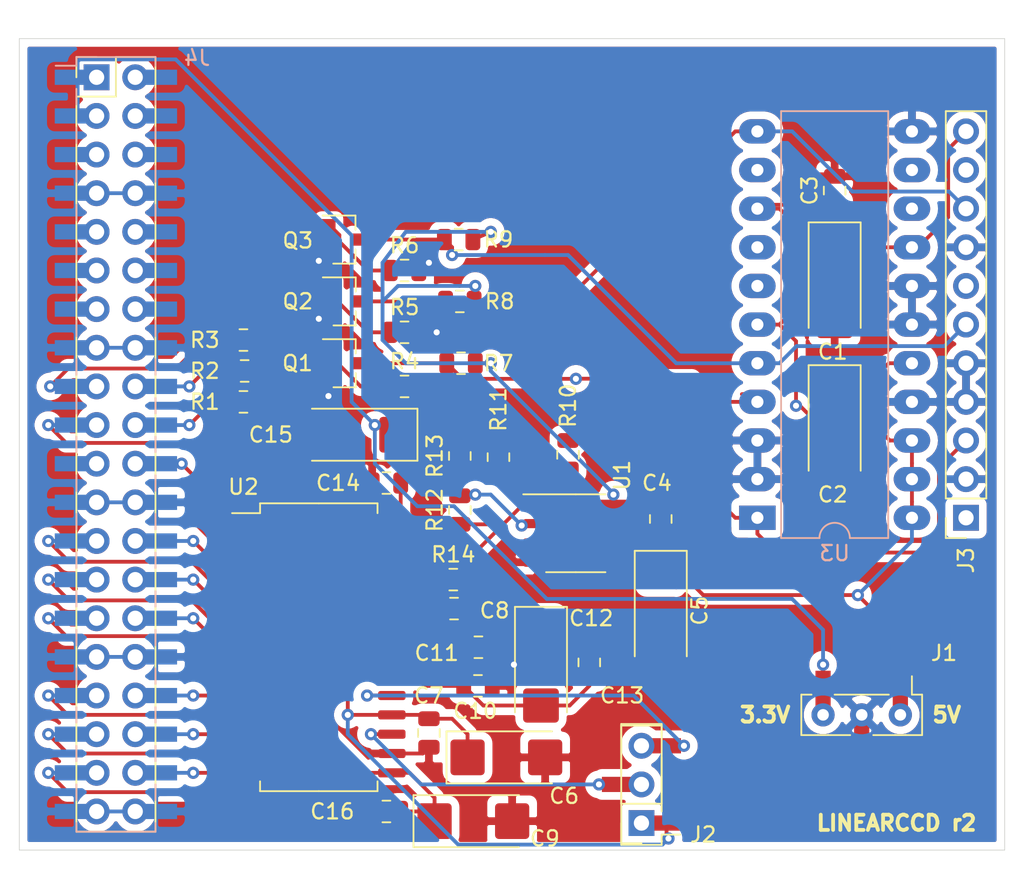
<source format=kicad_pcb>
(kicad_pcb (version 20171130) (host pcbnew 5.1.5)
  (layers (0 F.Cu signal hide) (31 B.Cu signal) (34 B.Paste user) (35 F.Paste user) (36 B.SilkS user) (37 F.SilkS user) (38 B.Mask user) (39 F.Mask user) (44 Edge.Cuts user))
  (net 0 "")
  (net 1 GND)
  (net 2 +3V3)
  (net 3 CCD_VDD)
  (net 4 CCD_VGG)
  (net 5 VINB)
  (net 6 "Net-(C8-Pad2)")
  (net 7 CAPB)
  (net 8 CAPT)
  (net 9 REFCOM)
  (net 10 SENSE)
  (net 11 "Net-(J3-Pad1)")
  (net 12 CCD_VOUT)
  (net 13 CCD_CLK5V)
  (net 14 "Net-(J3-Pad7)")
  (net 15 CCD_ROG5V)
  (net 16 "Net-(J3-Pad10)")
  (net 17 "Net-(J4-Pad2)")
  (net 18 "Net-(J4-Pad4)")
  (net 19 "Net-(J4-Pad5)")
  (net 20 "Net-(J4-Pad6)")
  (net 21 "Net-(J4-Pad9)")
  (net 22 "Net-(J4-Pad10)")
  (net 23 "Net-(J4-Pad11)")
  (net 24 "Net-(J4-Pad12)")
  (net 25 "Net-(J4-Pad13)")
  (net 26 "Net-(J4-Pad14)")
  (net 27 CCD_CLK3V)
  (net 28 CCD_SHSW3V)
  (net 29 BIT1)
  (net 30 BIT3)
  (net 31 BIT2)
  (net 32 BIT5)
  (net 33 BIT4)
  (net 34 BIT7)
  (net 35 BIT6)
  (net 36 BIT9)
  (net 37 BIT8)
  (net 38 BIT11)
  (net 39 BIT10)
  (net 40 "Net-(J4-Pad37)")
  (net 41 BIT12)
  (net 42 "Net-(Q1-Pad1)")
  (net 43 CCD_SHSW5V)
  (net 44 "Net-(Q2-Pad1)")
  (net 45 "Net-(Q3-Pad1)")
  (net 46 CCD_ROG3V)
  (net 47 "Net-(R10-Pad2)")
  (net 48 "Net-(R12-Pad2)")
  (net 49 "Net-(R12-Pad1)")
  (net 50 "Net-(R14-Pad1)")
  (net 51 "Net-(U3-Pad13)")
  (net 52 "Net-(U3-Pad14)")
  (net 53 "Net-(U3-Pad7)")
  (net 54 "Net-(U3-Pad8)")
  (net 55 "Net-(U3-Pad10)")
  (net 56 OTR)
  (net 57 "Net-(J4-Pad21)")
  (module Connector_PinSocket_2.54mm:PinSocket_1x03_P2.54mm_Vertical_SMD_Pin1Left (layer F.Cu) (at 151.892 123.19 270)
    (fp_text reference J1 (at -4.064 -5.41 180) (layer F.SilkS))
    (fp_text value Conn_01x03_Female hide)
    (pad 1 smd rect (at -1.65 -2.54 270) (size 2.5 1) (layers F.Cu F.Paste F.Mask) (net 3 CCD_VDD))
    (pad 3 smd rect (at -1.65 2.54 270) (size 2.5 1) (layers F.Cu F.Paste F.Mask) (net 2 +3V3))
    (pad 2 smd rect (at 1.65 0 270) (size 2.5 1) (layers F.Cu F.Paste F.Mask) (net 1 GND))
    (pad 1 thru_hole circle (at 0 -2.54 270) (size 1.524 1.524) (drill 0.762) (layers *.Cu *.Mask) (net 3 CCD_VDD))
    (pad 2 thru_hole circle (at 0 0 270) (size 1.524 1.524) (drill 0.762) (layers *.Cu *.Mask) (net 1 GND))
    (pad 3 thru_hole circle (at 0 2.54 270) (size 1.524 1.524) (drill 0.762) (layers *.Cu *.Mask) (net 2 +3V3))
  )
  (module Package_SO:SOIC-28W_7.5x18.7mm_P1.27mm (layer F.Cu) (at 116.205 118.745)
    (fp_text reference U2 (at -4.953 -10.541) (layer F.SilkS))
    (fp_text value AD9225)
    (pad 1 smd roundrect (at -4.8 -8.255) (size 1.8 0.6) (layers F.Cu F.Paste F.Mask) (net 40 "Net-(J4-Pad37)"))
    (pad 2 smd roundrect (at -4.8 -6.985) (size 1.8 0.6) (layers F.Cu F.Paste F.Mask) (net 41 BIT12))
    (pad 3 smd roundrect (at -4.8 -5.715) (size 1.8 0.6) (layers F.Cu F.Paste F.Mask) (net 38 BIT11))
    (pad 4 smd roundrect (at -4.8 -4.445) (size 1.8 0.6) (layers F.Cu F.Paste F.Mask) (net 39 BIT10))
    (pad 5 smd roundrect (at -4.8 -3.175) (size 1.8 0.6) (layers F.Cu F.Paste F.Mask) (net 36 BIT9))
    (pad 6 smd roundrect (at -4.8 -1.905) (size 1.8 0.6) (layers F.Cu F.Paste F.Mask) (net 37 BIT8))
    (pad 7 smd roundrect (at -4.8 -0.635) (size 1.8 0.6) (layers F.Cu F.Paste F.Mask) (net 34 BIT7))
    (pad 8 smd roundrect (at -4.8 0.635) (size 1.8 0.6) (layers F.Cu F.Paste F.Mask) (net 35 BIT6))
    (pad 9 smd roundrect (at -4.8 1.905) (size 1.8 0.6) (layers F.Cu F.Paste F.Mask) (net 32 BIT5))
    (pad 10 smd roundrect (at -4.8 3.175) (size 1.8 0.6) (layers F.Cu F.Paste F.Mask) (net 33 BIT4))
    (pad 11 smd roundrect (at -4.8 4.445) (size 1.8 0.6) (layers F.Cu F.Paste F.Mask) (net 30 BIT3))
    (pad 12 smd roundrect (at -4.8 5.715) (size 1.8 0.6) (layers F.Cu F.Paste F.Mask) (net 31 BIT2))
    (pad 13 smd roundrect (at -4.8 6.985) (size 1.8 0.6) (layers F.Cu F.Paste F.Mask) (net 29 BIT1))
    (pad 14 smd roundrect (at -4.8 8.255) (size 1.8 0.6) (layers F.Cu F.Paste F.Mask) (net 56 OTR))
    (pad 15 smd roundrect (at 4.8 8.255) (size 1.8 0.6) (layers F.Cu F.Paste F.Mask) (net 2 +3V3))
    (pad 16 smd roundrect (at 4.8 6.985) (size 1.8 0.6) (layers F.Cu F.Paste F.Mask) (net 1 GND))
    (pad 17 smd roundrect (at 4.8 5.715) (size 1.8 0.6) (layers F.Cu F.Paste F.Mask) (net 10 SENSE))
    (pad 18 smd roundrect (at 4.8 4.445) (size 1.8 0.6) (layers F.Cu F.Paste F.Mask) (net 5 VINB))
    (pad 19 smd roundrect (at 4.8 3.175) (size 1.8 0.6) (layers F.Cu F.Paste F.Mask) (net 9 REFCOM))
    (pad 20 smd roundrect (at 4.8 1.905) (size 1.8 0.6) (layers F.Cu F.Paste F.Mask) (net 7 CAPB))
    (pad 21 smd roundrect (at 4.8 0.635) (size 1.8 0.6) (layers F.Cu F.Paste F.Mask) (net 8 CAPT))
    (pad 22 smd roundrect (at 4.8 -0.635) (size 1.8 0.6) (layers F.Cu F.Paste F.Mask) (net 6 "Net-(C8-Pad2)"))
    (pad 23 smd roundrect (at 4.8 -1.905) (size 1.8 0.6) (layers F.Cu F.Paste F.Mask) (net 50 "Net-(R14-Pad1)"))
    (pad 24 smd roundrect (at 4.8 -3.175) (size 1.8 0.6) (layers F.Cu F.Paste F.Mask) (net 5 VINB))
    (pad 25 smd roundrect (at 4.8 -4.445) (size 1.8 0.6) (layers F.Cu F.Paste F.Mask) (net 1 GND))
    (pad 26 smd roundrect (at 4.8 -5.715) (size 1.8 0.6) (layers F.Cu F.Paste F.Mask) (net 2 +3V3))
    (pad 27 smd roundrect (at 4.8 -6.985) (size 1.8 0.6) (layers F.Cu F.Paste F.Mask) (net 1 GND))
    (pad 28 smd roundrect (at 4.8 -8.255) (size 1.8 0.6) (layers F.Cu F.Paste F.Mask) (net 2 +3V3))
  )
  (module Package_DIP:DIP-22_W10.16mm_LongPads (layer B.Cu) (at 145.034 110.236)
    (fp_text reference U3 (at 5.08 2.33) (layer B.SilkS) (effects (justify mirror)))
    (fp_text value ilx511)
    (pad 1 thru_hole rect (at 0 0) (size 2.4 1.6) (drill 0.8) (layers *.Cu *.Mask) (net 12 CCD_VOUT))
    (pad 12 thru_hole oval (at 10.16 -25.4) (size 2.4 1.6) (drill 0.8) (layers *.Cu *.Mask) (net 1 GND))
    (pad 2 thru_hole oval (at 0 -2.54) (size 2.4 1.6) (drill 0.8) (layers *.Cu *.Mask) (net 1 GND))
    (pad 13 thru_hole oval (at 10.16 -22.86) (size 2.4 1.6) (drill 0.8) (layers *.Cu *.Mask) (net 51 "Net-(U3-Pad13)"))
    (pad 3 thru_hole oval (at 0 -5.08) (size 2.4 1.6) (drill 0.8) (layers *.Cu *.Mask) (net 1 GND))
    (pad 14 thru_hole oval (at 10.16 -20.32) (size 2.4 1.6) (drill 0.8) (layers *.Cu *.Mask) (net 52 "Net-(U3-Pad14)"))
    (pad 4 thru_hole oval (at 0 -7.62) (size 2.4 1.6) (drill 0.8) (layers *.Cu *.Mask) (net 43 CCD_SHSW5V))
    (pad 15 thru_hole oval (at 10.16 -17.78) (size 2.4 1.6) (drill 0.8) (layers *.Cu *.Mask) (net 3 CCD_VDD))
    (pad 5 thru_hole oval (at 0 -10.16) (size 2.4 1.6) (drill 0.8) (layers *.Cu *.Mask) (net 13 CCD_CLK5V))
    (pad 16 thru_hole oval (at 10.16 -15.24) (size 2.4 1.6) (drill 0.8) (layers *.Cu *.Mask) (net 1 GND))
    (pad 6 thru_hole oval (at 0 -12.7) (size 2.4 1.6) (drill 0.8) (layers *.Cu *.Mask) (net 3 CCD_VDD))
    (pad 17 thru_hole oval (at 10.16 -12.7) (size 2.4 1.6) (drill 0.8) (layers *.Cu *.Mask) (net 1 GND))
    (pad 7 thru_hole oval (at 0 -15.24) (size 2.4 1.6) (drill 0.8) (layers *.Cu *.Mask) (net 53 "Net-(U3-Pad7)"))
    (pad 18 thru_hole oval (at 10.16 -10.16) (size 2.4 1.6) (drill 0.8) (layers *.Cu *.Mask) (net 4 CCD_VGG))
    (pad 8 thru_hole oval (at 0 -17.78) (size 2.4 1.6) (drill 0.8) (layers *.Cu *.Mask) (net 54 "Net-(U3-Pad8)"))
    (pad 19 thru_hole oval (at 10.16 -7.62) (size 2.4 1.6) (drill 0.8) (layers *.Cu *.Mask) (net 1 GND))
    (pad 9 thru_hole oval (at 0 -20.32) (size 2.4 1.6) (drill 0.8) (layers *.Cu *.Mask) (net 3 CCD_VDD))
    (pad 20 thru_hole oval (at 10.16 -5.08) (size 2.4 1.6) (drill 0.8) (layers *.Cu *.Mask) (net 3 CCD_VDD))
    (pad 10 thru_hole oval (at 0 -22.86) (size 2.4 1.6) (drill 0.8) (layers *.Cu *.Mask) (net 55 "Net-(U3-Pad10)"))
    (pad 21 thru_hole oval (at 10.16 -2.54) (size 2.4 1.6) (drill 0.8) (layers *.Cu *.Mask) (net 3 CCD_VDD))
    (pad 11 thru_hole oval (at 0 -25.4) (size 2.4 1.6) (drill 0.8) (layers *.Cu *.Mask) (net 15 CCD_ROG5V))
    (pad 22 thru_hole oval (at 10.16 0) (size 2.4 1.6) (drill 0.8) (layers *.Cu *.Mask) (net 3 CCD_VDD))
  )
  (module Capacitor_Tantalum_SMD:CP_EIA-6032-15_Kemet-U_Pad2.25x2.35mm_HandSolder (layer F.Cu) (at 150.114 104.14 270)
    (fp_text reference C2 (at 4.572 0.127 180) (layer F.SilkS))
    (fp_text value CP hide)
    (pad 1 smd roundrect (at -2.55 0 270) (size 2.25 2.35) (layers F.Cu F.Paste F.Mask) (roundrect_rratio 0.111111) (net 4 CCD_VGG))
    (pad 2 smd roundrect (at 2.55 0 270) (size 2.25 2.35) (layers F.Cu F.Paste F.Mask) (roundrect_rratio 0.111111) (net 1 GND))
  )
  (module Connector_PinSocket_2.54mm:PinSocket_1x03_P2.54mm_Vertical (layer F.Cu) (at 137.414 130.302 180)
    (fp_text reference REF** hide)
    (fp_text value PinSocket_1x03_P2.54mm_Vertical hide)
    (pad 3 thru_hole oval (at 0 5.08 180) (size 1.7 1.7) (drill 1) (layers *.Cu *.Mask))
    (pad 2 thru_hole oval (at 0 2.54 180) (size 1.7 1.7) (drill 1) (layers *.Cu *.Mask))
    (pad 1 thru_hole rect (at 0 0 180) (size 1.7 1.7) (drill 1) (layers *.Cu *.Mask))
  )
  (module Connector_PinHeader_2.54mm:PinHeader_2x20_P2.54mm_Vertical (layer F.Cu) (at 101.6 81.28)
    (fp_text reference REF** hide)
    (fp_text value PinHeader_2x20_P2.54mm_Vertical hide)
    (pad 40 thru_hole oval (at 2.54 48.26) (size 1.7 1.7) (drill 1) (layers *.Cu *.Mask))
    (pad 39 thru_hole oval (at 0 48.26) (size 1.7 1.7) (drill 1) (layers *.Cu *.Mask))
    (pad 38 thru_hole oval (at 2.54 45.72) (size 1.7 1.7) (drill 1) (layers *.Cu *.Mask))
    (pad 37 thru_hole oval (at 0 45.72) (size 1.7 1.7) (drill 1) (layers *.Cu *.Mask))
    (pad 36 thru_hole oval (at 2.54 43.18) (size 1.7 1.7) (drill 1) (layers *.Cu *.Mask))
    (pad 35 thru_hole oval (at 0 43.18) (size 1.7 1.7) (drill 1) (layers *.Cu *.Mask))
    (pad 34 thru_hole oval (at 2.54 40.64) (size 1.7 1.7) (drill 1) (layers *.Cu *.Mask))
    (pad 33 thru_hole oval (at 0 40.64) (size 1.7 1.7) (drill 1) (layers *.Cu *.Mask))
    (pad 32 thru_hole oval (at 2.54 38.1) (size 1.7 1.7) (drill 1) (layers *.Cu *.Mask))
    (pad 31 thru_hole oval (at 0 38.1) (size 1.7 1.7) (drill 1) (layers *.Cu *.Mask))
    (pad 30 thru_hole oval (at 2.54 35.56) (size 1.7 1.7) (drill 1) (layers *.Cu *.Mask))
    (pad 29 thru_hole oval (at 0 35.56) (size 1.7 1.7) (drill 1) (layers *.Cu *.Mask))
    (pad 28 thru_hole oval (at 2.54 33.02) (size 1.7 1.7) (drill 1) (layers *.Cu *.Mask))
    (pad 27 thru_hole oval (at 0 33.02) (size 1.7 1.7) (drill 1) (layers *.Cu *.Mask))
    (pad 26 thru_hole oval (at 2.54 30.48) (size 1.7 1.7) (drill 1) (layers *.Cu *.Mask))
    (pad 25 thru_hole oval (at 0 30.48) (size 1.7 1.7) (drill 1) (layers *.Cu *.Mask))
    (pad 24 thru_hole oval (at 2.54 27.94) (size 1.7 1.7) (drill 1) (layers *.Cu *.Mask))
    (pad 23 thru_hole oval (at 0 27.94) (size 1.7 1.7) (drill 1) (layers *.Cu *.Mask))
    (pad 22 thru_hole oval (at 2.54 25.4) (size 1.7 1.7) (drill 1) (layers *.Cu *.Mask))
    (pad 21 thru_hole oval (at 0 25.4) (size 1.7 1.7) (drill 1) (layers *.Cu *.Mask))
    (pad 20 thru_hole oval (at 2.54 22.86) (size 1.7 1.7) (drill 1) (layers *.Cu *.Mask))
    (pad 19 thru_hole oval (at 0 22.86) (size 1.7 1.7) (drill 1) (layers *.Cu *.Mask))
    (pad 18 thru_hole oval (at 2.54 20.32) (size 1.7 1.7) (drill 1) (layers *.Cu *.Mask))
    (pad 17 thru_hole oval (at 0 20.32) (size 1.7 1.7) (drill 1) (layers *.Cu *.Mask))
    (pad 16 thru_hole oval (at 2.54 17.78) (size 1.7 1.7) (drill 1) (layers *.Cu *.Mask))
    (pad 15 thru_hole oval (at 0 17.78) (size 1.7 1.7) (drill 1) (layers *.Cu *.Mask))
    (pad 14 thru_hole oval (at 2.54 15.24) (size 1.7 1.7) (drill 1) (layers *.Cu *.Mask))
    (pad 13 thru_hole oval (at 0 15.24) (size 1.7 1.7) (drill 1) (layers *.Cu *.Mask))
    (pad 12 thru_hole oval (at 2.54 12.7) (size 1.7 1.7) (drill 1) (layers *.Cu *.Mask))
    (pad 11 thru_hole oval (at 0 12.7) (size 1.7 1.7) (drill 1) (layers *.Cu *.Mask))
    (pad 10 thru_hole oval (at 2.54 10.16) (size 1.7 1.7) (drill 1) (layers *.Cu *.Mask))
    (pad 9 thru_hole oval (at 0 10.16) (size 1.7 1.7) (drill 1) (layers *.Cu *.Mask))
    (pad 8 thru_hole oval (at 2.54 7.62) (size 1.7 1.7) (drill 1) (layers *.Cu *.Mask))
    (pad 7 thru_hole oval (at 0 7.62) (size 1.7 1.7) (drill 1) (layers *.Cu *.Mask))
    (pad 6 thru_hole oval (at 2.54 5.08) (size 1.7 1.7) (drill 1) (layers *.Cu *.Mask))
    (pad 5 thru_hole oval (at 0 5.08) (size 1.7 1.7) (drill 1) (layers *.Cu *.Mask))
    (pad 4 thru_hole oval (at 2.54 2.54) (size 1.7 1.7) (drill 1) (layers *.Cu *.Mask))
    (pad 3 thru_hole oval (at 0 2.54) (size 1.7 1.7) (drill 1) (layers *.Cu *.Mask))
    (pad 2 thru_hole oval (at 2.54 0) (size 1.7 1.7) (drill 1) (layers *.Cu *.Mask))
    (pad 1 thru_hole rect (at 0 0) (size 1.7 1.7) (drill 1) (layers *.Cu *.Mask))
  )
  (module Capacitor_SMD:C_0805_2012Metric (layer F.Cu) (at 120.65 129.54 180)
    (fp_text reference C16 (at 3.556 0) (layer F.SilkS))
    (fp_text value 100nF hide)
    (pad 2 smd roundrect (at 0.9375 0 180) (size 0.975 1.4) (layers F.Cu F.Paste F.Mask) (net 1 GND))
    (pad 1 smd roundrect (at -0.9375 0 180) (size 0.975 1.4) (layers F.Cu F.Paste F.Mask) (net 2 +3V3))
  )
  (module Capacitor_Tantalum_SMD:CP_EIA-6032-15_Kemet-U_Pad2.25x2.35mm_HandSolder (layer F.Cu) (at 150.114 94.752 270)
    (fp_text reference C1 (at 4.572 0.127 180) (layer F.SilkS))
    (fp_text value CP hide)
    (pad 2 smd roundrect (at 2.55 0 270) (size 2.25 2.35) (layers F.Cu F.Paste F.Mask) (roundrect_rratio 0.111111) (net 1 GND))
    (pad 1 smd roundrect (at -2.55 0 270) (size 2.25 2.35) (layers F.Cu F.Paste F.Mask) (roundrect_rratio 0.111111) (net 3 CCD_VDD))
  )
  (module Capacitor_SMD:C_0805_2012Metric (layer F.Cu) (at 150.114 88.7245 90)
    (fp_text reference C3 (at 0 -1.65 90) (layer F.SilkS))
    (fp_text value C hide)
    (pad 1 smd roundrect (at -0.9375 0 90) (size 0.975 1.4) (layers F.Cu F.Paste F.Mask) (net 3 CCD_VDD))
    (pad 2 smd roundrect (at 0.9375 0 90) (size 0.975 1.4) (layers F.Cu F.Paste F.Mask) (net 1 GND))
  )
  (module Capacitor_SMD:C_0805_2012Metric (layer F.Cu) (at 138.684 110.3145 90)
    (fp_text reference C4 (at 2.3645 -0.254 180) (layer F.SilkS))
    (fp_text value 100nF hide)
    (pad 2 smd roundrect (at 0.9375 0 90) (size 0.975 1.4) (layers F.Cu F.Paste F.Mask) (net 1 GND))
    (pad 1 smd roundrect (at -0.9375 0 90) (size 0.975 1.4) (layers F.Cu F.Paste F.Mask) (net 3 CCD_VDD))
  )
  (module Capacitor_Tantalum_SMD:CP_EIA-6032-15_Kemet-U_Pad2.25x2.35mm_HandSolder (layer F.Cu) (at 138.684 116.342 270)
    (fp_text reference C5 (at 0 -2.55 90) (layer F.SilkS))
    (fp_text value 10u hide)
    (pad 1 smd roundrect (at -2.55 0 270) (size 2.25 2.35) (layers F.Cu F.Paste F.Mask) (roundrect_rratio 0.111111) (net 3 CCD_VDD))
    (pad 2 smd roundrect (at 2.55 0 270) (size 2.25 2.35) (layers F.Cu F.Paste F.Mask) (roundrect_rratio 0.111111) (net 1 GND))
  )
  (module Capacitor_Tantalum_SMD:CP_EIA-6032-15_Kemet-U_Pad2.25x2.35mm_HandSolder (layer F.Cu) (at 128.534 125.984)
    (fp_text reference C6 (at 3.8 2.54) (layer F.SilkS))
    (fp_text value 10u hide)
    (pad 1 smd roundrect (at -2.55 0) (size 2.25 2.35) (layers F.Cu F.Paste F.Mask) (roundrect_rratio 0.111111) (net 5 VINB))
    (pad 2 smd roundrect (at 2.55 0) (size 2.25 2.35) (layers F.Cu F.Paste F.Mask) (roundrect_rratio 0.111111) (net 1 GND))
  )
  (module Capacitor_SMD:C_0805_2012Metric (layer F.Cu) (at 123.444 124.3815 270)
    (fp_text reference C7 (at -2.4615 0 180) (layer F.SilkS))
    (fp_text value 100nF hide)
    (pad 1 smd roundrect (at -0.9375 0 270) (size 0.975 1.4) (layers F.Cu F.Paste F.Mask) (net 5 VINB))
    (pad 2 smd roundrect (at 0.9375 0 270) (size 0.975 1.4) (layers F.Cu F.Paste F.Mask) (net 1 GND))
  )
  (module Capacitor_SMD:C_0805_2012Metric (layer F.Cu) (at 125.095 116.205 180)
    (fp_text reference C8 (at -2.667 -0.127) (layer F.SilkS))
    (fp_text value 100nF hide)
    (pad 1 smd roundrect (at -0.9375 0 180) (size 0.975 1.4) (layers F.Cu F.Paste F.Mask) (net 1 GND))
    (pad 2 smd roundrect (at 0.9375 0 180) (size 0.975 1.4) (layers F.Cu F.Paste F.Mask) (net 6 "Net-(C8-Pad2)"))
  )
  (module Capacitor_Tantalum_SMD:CP_EIA-6032-15_Kemet-U_Pad2.25x2.35mm_HandSolder (layer F.Cu) (at 126.365 130.175)
    (fp_text reference C9 (at 4.699 1.143 180) (layer F.SilkS))
    (fp_text value CP hide)
    (pad 2 smd roundrect (at 2.55 0) (size 2.25 2.35) (layers F.Cu F.Paste F.Mask) (roundrect_rratio 0.111111) (net 1 GND))
    (pad 1 smd roundrect (at -2.55 0) (size 2.25 2.35) (layers F.Cu F.Paste F.Mask) (roundrect_rratio 0.111111) (net 2 +3V3))
  )
  (module Capacitor_SMD:C_0805_2012Metric (layer F.Cu) (at 126.6675 121.285)
    (fp_text reference C10 (at -0.1755 1.651) (layer F.SilkS))
    (fp_text value 100nF hide)
    (pad 1 smd roundrect (at -0.9375 0) (size 0.975 1.4) (layers F.Cu F.Paste F.Mask) (net 7 CAPB))
    (pad 2 smd roundrect (at 0.9375 0) (size 0.975 1.4) (layers F.Cu F.Paste F.Mask) (net 1 GND))
  )
  (module Capacitor_SMD:C_0805_2012Metric (layer F.Cu) (at 126.6975 118.745)
    (fp_text reference C11 (at -2.7455 0.381) (layer F.SilkS))
    (fp_text value 100nF hide)
    (pad 1 smd roundrect (at -0.9375 0) (size 0.975 1.4) (layers F.Cu F.Paste F.Mask) (net 8 CAPT))
    (pad 2 smd roundrect (at 0.9375 0) (size 0.975 1.4) (layers F.Cu F.Paste F.Mask) (net 1 GND))
  )
  (module Capacitor_Tantalum_SMD:CP_EIA-6032-15_Kemet-U_Pad2.25x2.35mm_HandSolder (layer F.Cu) (at 130.81 120.025 270)
    (fp_text reference C12 (at -3.185 -3.302 180) (layer F.SilkS))
    (fp_text value 10u hide)
    (pad 2 smd roundrect (at 2.55 0 270) (size 2.25 2.35) (layers F.Cu F.Paste F.Mask) (roundrect_rratio 0.111111) (net 7 CAPB))
    (pad 1 smd roundrect (at -2.55 0 270) (size 2.25 2.35) (layers F.Cu F.Paste F.Mask) (roundrect_rratio 0.111111) (net 8 CAPT))
  )
  (module Capacitor_SMD:C_0805_2012Metric (layer F.Cu) (at 133.985 119.7425 90)
    (fp_text reference C13 (at -2.1775 2.159 180) (layer F.SilkS))
    (fp_text value 100nF hide)
    (pad 2 smd roundrect (at 0.9375 0 90) (size 0.975 1.4) (layers F.Cu F.Paste F.Mask) (net 8 CAPT))
    (pad 1 smd roundrect (at -0.9375 0 90) (size 0.975 1.4) (layers F.Cu F.Paste F.Mask) (net 7 CAPB))
  )
  (module Capacitor_SMD:C_0805_2012Metric (layer F.Cu) (at 120.65 107.95 180)
    (fp_text reference C14 (at 3.175 0) (layer F.SilkS))
    (fp_text value 100nF hide)
    (pad 1 smd roundrect (at -0.9375 0 180) (size 0.975 1.4) (layers F.Cu F.Paste F.Mask) (net 2 +3V3))
    (pad 2 smd roundrect (at 0.9375 0 180) (size 0.975 1.4) (layers F.Cu F.Paste F.Mask) (net 1 GND))
  )
  (module Capacitor_Tantalum_SMD:CP_EIA-6032-15_Kemet-U_Pad2.25x2.35mm_HandSolder (layer F.Cu) (at 118.755 104.775 180)
    (fp_text reference C15 (at 5.705 0) (layer F.SilkS))
    (fp_text value 10u hide)
    (pad 1 smd roundrect (at -2.55 0 180) (size 2.25 2.35) (layers F.Cu F.Paste F.Mask) (roundrect_rratio 0.111111) (net 2 +3V3))
    (pad 2 smd roundrect (at 2.55 0 180) (size 2.25 2.35) (layers F.Cu F.Paste F.Mask) (roundrect_rratio 0.111111) (net 1 GND))
  )
  (module Connector_PinSocket_2.54mm:PinSocket_1x03_P2.54mm_Vertical_SMD_Pin1Left (layer F.Cu) (at 137.414 127.762 180)
    (fp_text reference J2 (at -4.064 -3.302) (layer F.SilkS))
    (fp_text value Conn_01x03_Male hide)
    (pad 1 smd rect (at -1.65 -2.54 180) (size 1.9 1) (layers F.Cu F.Paste F.Mask) (net 5 VINB))
    (pad 3 smd rect (at -1.65 2.54 180) (size 1.9 1) (layers F.Cu F.Paste F.Mask) (net 9 REFCOM))
    (pad 2 smd rect (at 1.65 0 180) (size 1.9 1) (layers F.Cu F.Paste F.Mask) (net 10 SENSE))
  )
  (module Connector_PinSocket_2.54mm:PinSocket_1x11_P2.54mm_Vertical (layer F.Cu) (at 158.75 110.236 180)
    (fp_text reference J3 (at 0 -2.794 90) (layer F.SilkS))
    (fp_text value Conn_01x11_Female hide)
    (pad 1 thru_hole rect (at 0 0 180) (size 1.7 1.7) (drill 1) (layers *.Cu *.Mask) (net 11 "Net-(J3-Pad1)"))
    (pad 2 thru_hole oval (at 0 2.54 180) (size 1.7 1.7) (drill 1) (layers *.Cu *.Mask) (net 1 GND))
    (pad 3 thru_hole oval (at 0 5.08 180) (size 1.7 1.7) (drill 1) (layers *.Cu *.Mask) (net 12 CCD_VOUT))
    (pad 4 thru_hole oval (at 0 7.62 180) (size 1.7 1.7) (drill 1) (layers *.Cu *.Mask) (net 1 GND))
    (pad 5 thru_hole oval (at 0 10.16 180) (size 1.7 1.7) (drill 1) (layers *.Cu *.Mask) (net 1 GND))
    (pad 6 thru_hole oval (at 0 12.7 180) (size 1.7 1.7) (drill 1) (layers *.Cu *.Mask) (net 13 CCD_CLK5V))
    (pad 7 thru_hole oval (at 0 15.24 180) (size 1.7 1.7) (drill 1) (layers *.Cu *.Mask) (net 14 "Net-(J3-Pad7)"))
    (pad 8 thru_hole oval (at 0 17.78 180) (size 1.7 1.7) (drill 1) (layers *.Cu *.Mask) (net 1 GND))
    (pad 9 thru_hole oval (at 0 20.32 180) (size 1.7 1.7) (drill 1) (layers *.Cu *.Mask) (net 15 CCD_ROG5V))
    (pad 10 thru_hole oval (at 0 22.86 180) (size 1.7 1.7) (drill 1) (layers *.Cu *.Mask) (net 16 "Net-(J3-Pad10)"))
    (pad 11 thru_hole oval (at 0 25.4 180) (size 1.7 1.7) (drill 1) (layers *.Cu *.Mask) (net 3 CCD_VDD))
  )
  (module Connector_PinSocket_2.54mm:PinSocket_2x20_P2.54mm_Vertical_SMD (layer B.Cu) (at 102.87 105.41 180)
    (fp_text reference J4 (at -5.334 25.4) (layer B.SilkS) (effects (justify mirror)))
    (fp_text value Conn_02x20_Odd_Even hide)
    (pad 1 smd rect (at 2.52 24.13 180) (size 3 1) (layers B.Cu B.Paste B.Mask) (net 2 +3V3))
    (pad 2 smd rect (at -2.52 24.13 180) (size 3 1) (layers B.Cu B.Paste B.Mask) (net 17 "Net-(J4-Pad2)"))
    (pad 3 smd rect (at 2.52 21.59 180) (size 3 1) (layers B.Cu B.Paste B.Mask) (net 2 +3V3))
    (pad 4 smd rect (at -2.52 21.59 180) (size 3 1) (layers B.Cu B.Paste B.Mask) (net 18 "Net-(J4-Pad4)"))
    (pad 5 smd rect (at 2.52 19.05 180) (size 3 1) (layers B.Cu B.Paste B.Mask) (net 19 "Net-(J4-Pad5)"))
    (pad 6 smd rect (at -2.52 19.05 180) (size 3 1) (layers B.Cu B.Paste B.Mask) (net 20 "Net-(J4-Pad6)"))
    (pad 7 smd rect (at 2.52 16.51 180) (size 3 1) (layers B.Cu B.Paste B.Mask) (net 1 GND))
    (pad 8 smd rect (at -2.52 16.51 180) (size 3 1) (layers B.Cu B.Paste B.Mask) (net 1 GND))
    (pad 9 smd rect (at 2.52 13.97 180) (size 3 1) (layers B.Cu B.Paste B.Mask) (net 21 "Net-(J4-Pad9)"))
    (pad 10 smd rect (at -2.52 13.97 180) (size 3 1) (layers B.Cu B.Paste B.Mask) (net 22 "Net-(J4-Pad10)"))
    (pad 11 smd rect (at 2.52 11.43 180) (size 3 1) (layers B.Cu B.Paste B.Mask) (net 23 "Net-(J4-Pad11)"))
    (pad 12 smd rect (at -2.52 11.43 180) (size 3 1) (layers B.Cu B.Paste B.Mask) (net 24 "Net-(J4-Pad12)"))
    (pad 13 smd rect (at 2.52 8.89 180) (size 3 1) (layers B.Cu B.Paste B.Mask) (net 25 "Net-(J4-Pad13)"))
    (pad 14 smd rect (at -2.52 8.89 180) (size 3 1) (layers B.Cu B.Paste B.Mask) (net 26 "Net-(J4-Pad14)"))
    (pad 15 smd rect (at 2.52 6.35 180) (size 3 1) (layers B.Cu B.Paste B.Mask) (net 1 GND))
    (pad 16 smd rect (at -2.52 6.35 180) (size 3 1) (layers B.Cu B.Paste B.Mask) (net 1 GND))
    (pad 17 smd rect (at 2.52 3.81 180) (size 3 1) (layers B.Cu B.Paste B.Mask) (net 27 CCD_CLK3V))
    (pad 18 smd rect (at -2.52 3.81 180) (size 3 1) (layers B.Cu B.Paste B.Mask) (net 46 CCD_ROG3V))
    (pad 19 smd rect (at 2.52 1.27 180) (size 3 1) (layers B.Cu B.Paste B.Mask) (net 41 BIT12))
    (pad 20 smd rect (at -2.52 1.27 180) (size 3 1) (layers B.Cu B.Paste B.Mask) (net 28 CCD_SHSW3V))
    (pad 21 smd rect (at 2.52 -1.27 180) (size 3 1) (layers B.Cu B.Paste B.Mask) (net 57 "Net-(J4-Pad21)"))
    (pad 22 smd rect (at -2.52 -1.27 180) (size 3 1) (layers B.Cu B.Paste B.Mask) (net 38 BIT11))
    (pad 23 smd rect (at 2.52 -3.81 180) (size 3 1) (layers B.Cu B.Paste B.Mask) (net 1 GND))
    (pad 24 smd rect (at -2.52 -3.81 180) (size 3 1) (layers B.Cu B.Paste B.Mask) (net 1 GND))
    (pad 25 smd rect (at 2.52 -6.35 180) (size 3 1) (layers B.Cu B.Paste B.Mask) (net 36 BIT9))
    (pad 26 smd rect (at -2.52 -6.35 180) (size 3 1) (layers B.Cu B.Paste B.Mask) (net 39 BIT10))
    (pad 27 smd rect (at 2.52 -8.89 180) (size 3 1) (layers B.Cu B.Paste B.Mask) (net 34 BIT7))
    (pad 28 smd rect (at -2.52 -8.89 180) (size 3 1) (layers B.Cu B.Paste B.Mask) (net 37 BIT8))
    (pad 29 smd rect (at 2.52 -11.43 180) (size 3 1) (layers B.Cu B.Paste B.Mask) (net 32 BIT5))
    (pad 30 smd rect (at -2.52 -11.43 180) (size 3 1) (layers B.Cu B.Paste B.Mask) (net 35 BIT6))
    (pad 31 smd rect (at 2.52 -13.97 180) (size 3 1) (layers B.Cu B.Paste B.Mask) (net 1 GND))
    (pad 32 smd rect (at -2.52 -13.97 180) (size 3 1) (layers B.Cu B.Paste B.Mask) (net 1 GND))
    (pad 33 smd rect (at 2.52 -16.51 180) (size 3 1) (layers B.Cu B.Paste B.Mask) (net 30 BIT3))
    (pad 34 smd rect (at -2.52 -16.51 180) (size 3 1) (layers B.Cu B.Paste B.Mask) (net 33 BIT4))
    (pad 35 smd rect (at 2.52 -19.05 180) (size 3 1) (layers B.Cu B.Paste B.Mask) (net 29 BIT1))
    (pad 36 smd rect (at -2.52 -19.05 180) (size 3 1) (layers B.Cu B.Paste B.Mask) (net 31 BIT2))
    (pad 37 smd rect (at 2.52 -21.59 180) (size 3 1) (layers B.Cu B.Paste B.Mask) (net 40 "Net-(J4-Pad37)"))
    (pad 38 smd rect (at -2.52 -21.59 180) (size 3 1) (layers B.Cu B.Paste B.Mask) (net 56 OTR))
    (pad 39 smd rect (at 2.52 -24.13 180) (size 3 1) (layers B.Cu B.Paste B.Mask) (net 1 GND))
    (pad 40 smd rect (at -2.52 -24.13 180) (size 3 1) (layers B.Cu B.Paste B.Mask) (net 1 GND))
  )
  (module Package_TO_SOT_SMD:SOT-23 (layer F.Cu) (at 117.872 100.076)
    (fp_text reference Q1 (at -3.064 0) (layer F.SilkS))
    (fp_text value 2N7002 hide)
    (pad 1 smd rect (at -1 -0.95) (size 0.9 0.8) (layers F.Cu F.Paste F.Mask) (net 42 "Net-(Q1-Pad1)"))
    (pad 2 smd rect (at -1 0.95) (size 0.9 0.8) (layers F.Cu F.Paste F.Mask) (net 1 GND))
    (pad 3 smd rect (at 1 0) (size 0.9 0.8) (layers F.Cu F.Paste F.Mask) (net 43 CCD_SHSW5V))
  )
  (module Package_TO_SOT_SMD:SOT-23 (layer F.Cu) (at 117.872 96.012)
    (fp_text reference Q2 (at -3.048 0) (layer F.SilkS))
    (fp_text value 2N7002 hide)
    (pad 3 smd rect (at 1 0) (size 0.9 0.8) (layers F.Cu F.Paste F.Mask) (net 15 CCD_ROG5V))
    (pad 2 smd rect (at -1 0.95) (size 0.9 0.8) (layers F.Cu F.Paste F.Mask) (net 1 GND))
    (pad 1 smd rect (at -1 -0.95) (size 0.9 0.8) (layers F.Cu F.Paste F.Mask) (net 44 "Net-(Q2-Pad1)"))
  )
  (module Package_TO_SOT_SMD:SOT-23 (layer F.Cu) (at 117.856 91.948)
    (fp_text reference Q3 (at -3.032 0.066) (layer F.SilkS))
    (fp_text value 2N7002 hide)
    (pad 1 smd rect (at -1 -0.95) (size 0.9 0.8) (layers F.Cu F.Paste F.Mask) (net 45 "Net-(Q3-Pad1)"))
    (pad 2 smd rect (at -1 0.95) (size 0.9 0.8) (layers F.Cu F.Paste F.Mask) (net 1 GND))
    (pad 3 smd rect (at 1 0) (size 0.9 0.8) (layers F.Cu F.Paste F.Mask) (net 13 CCD_CLK5V))
  )
  (module Capacitor_SMD:C_0805_2012Metric (layer F.Cu) (at 111.252 102.616 180)
    (fp_text reference R1 (at 2.54 0) (layer F.SilkS))
    (fp_text value 100 hide)
    (pad 2 smd roundrect (at 0.9375 0 180) (size 0.975 1.4) (layers F.Cu F.Paste F.Mask) (net 28 CCD_SHSW3V))
    (pad 1 smd roundrect (at -0.9375 0 180) (size 0.975 1.4) (layers F.Cu F.Paste F.Mask) (net 42 "Net-(Q1-Pad1)"))
  )
  (module Capacitor_SMD:C_0805_2012Metric (layer F.Cu) (at 111.3305 100.584 180)
    (fp_text reference R2 (at 2.6185 0) (layer F.SilkS))
    (fp_text value 100 hide)
    (pad 1 smd roundrect (at -0.9375 0 180) (size 0.975 1.4) (layers F.Cu F.Paste F.Mask) (net 44 "Net-(Q2-Pad1)"))
    (pad 2 smd roundrect (at 0.9375 0 180) (size 0.975 1.4) (layers F.Cu F.Paste F.Mask) (net 46 CCD_ROG3V))
  )
  (module Capacitor_SMD:C_0805_2012Metric (layer F.Cu) (at 111.252 98.552 180)
    (fp_text reference R3 (at 2.54 0) (layer F.SilkS))
    (fp_text value 100 hide)
    (pad 2 smd roundrect (at 0.9375 0 180) (size 0.975 1.4) (layers F.Cu F.Paste F.Mask) (net 27 CCD_CLK3V))
    (pad 1 smd roundrect (at -0.9375 0 180) (size 0.975 1.4) (layers F.Cu F.Paste F.Mask) (net 45 "Net-(Q3-Pad1)"))
  )
  (module Capacitor_SMD:C_0805_2012Metric (layer F.Cu) (at 121.8415 101.6)
    (fp_text reference R4 (at 0 -1.65) (layer F.SilkS))
    (fp_text value R hide)
    (pad 1 smd roundrect (at -0.9375 0) (size 0.975 1.4) (layers F.Cu F.Paste F.Mask) (net 42 "Net-(Q1-Pad1)"))
    (pad 2 smd roundrect (at 0.9375 0) (size 0.975 1.4) (layers F.Cu F.Paste F.Mask) (net 1 GND))
  )
  (module Capacitor_SMD:C_0805_2012Metric (layer F.Cu) (at 121.8415 98.044)
    (fp_text reference R5 (at 0 -1.65) (layer F.SilkS))
    (fp_text value R hide)
    (pad 2 smd roundrect (at 0.9375 0) (size 0.975 1.4) (layers F.Cu F.Paste F.Mask) (net 1 GND))
    (pad 1 smd roundrect (at -0.9375 0) (size 0.975 1.4) (layers F.Cu F.Paste F.Mask) (net 44 "Net-(Q2-Pad1)"))
  )
  (module Capacitor_SMD:C_0805_2012Metric (layer F.Cu) (at 121.8415 93.98)
    (fp_text reference R6 (at 0 -1.65) (layer F.SilkS))
    (fp_text value R hide)
    (pad 1 smd roundrect (at -0.9375 0) (size 0.975 1.4) (layers F.Cu F.Paste F.Mask) (net 45 "Net-(Q3-Pad1)"))
    (pad 2 smd roundrect (at 0.9375 0) (size 0.975 1.4) (layers F.Cu F.Paste F.Mask) (net 1 GND))
  )
  (module Capacitor_SMD:C_0805_2012Metric (layer F.Cu) (at 125.5545 100.076 180)
    (fp_text reference R7 (at -2.4615 0) (layer F.SilkS))
    (fp_text value 1K hide)
    (pad 2 smd roundrect (at 0.9375 0 180) (size 0.975 1.4) (layers F.Cu F.Paste F.Mask) (net 43 CCD_SHSW5V))
    (pad 1 smd roundrect (at -0.9375 0 180) (size 0.975 1.4) (layers F.Cu F.Paste F.Mask) (net 3 CCD_VDD))
  )
  (module Capacitor_SMD:C_0805_2012Metric (layer F.Cu) (at 125.476 96.012 180)
    (fp_text reference R8 (at -2.6185 0) (layer F.SilkS))
    (fp_text value 1K hide)
    (pad 2 smd roundrect (at 0.9375 0 180) (size 0.975 1.4) (layers F.Cu F.Paste F.Mask) (net 15 CCD_ROG5V))
    (pad 1 smd roundrect (at -0.9375 0 180) (size 0.975 1.4) (layers F.Cu F.Paste F.Mask) (net 3 CCD_VDD))
  )
  (module Capacitor_SMD:C_0805_2012Metric (layer F.Cu) (at 125.3975 91.948 180)
    (fp_text reference R9 (at -2.6185 0) (layer F.SilkS))
    (fp_text value 1K hide)
    (pad 2 smd roundrect (at 0.9375 0 180) (size 0.975 1.4) (layers F.Cu F.Paste F.Mask) (net 13 CCD_CLK5V))
    (pad 1 smd roundrect (at -0.9375 0 180) (size 0.975 1.4) (layers F.Cu F.Paste F.Mask) (net 3 CCD_VDD))
  )
  (module Capacitor_SMD:C_0805_2012Metric (layer F.Cu) (at 132.588 106.0935 270)
    (fp_text reference R10 (at -3.2235 0 90) (layer F.SilkS))
    (fp_text value R hide)
    (pad 2 smd roundrect (at 0.9375 0 270) (size 0.975 1.4) (layers F.Cu F.Paste F.Mask) (net 47 "Net-(R10-Pad2)"))
    (pad 1 smd roundrect (at -0.9375 0 270) (size 0.975 1.4) (layers F.Cu F.Paste F.Mask) (net 12 CCD_VOUT))
  )
  (module Capacitor_SMD:C_0805_2012Metric (layer F.Cu) (at 128.016 106.2505 90)
    (fp_text reference R11 (at 3.1265 0 270) (layer F.SilkS))
    (fp_text value R hide)
    (pad 1 smd roundrect (at -0.9375 0 90) (size 0.975 1.4) (layers F.Cu F.Paste F.Mask) (net 47 "Net-(R10-Pad2)"))
    (pad 2 smd roundrect (at 0.9375 0 90) (size 0.975 1.4) (layers F.Cu F.Paste F.Mask) (net 1 GND))
  )
  (module Capacitor_SMD:C_0805_2012Metric (layer F.Cu) (at 125.476 109.728 90)
    (fp_text reference R12 (at 0 -1.65 90) (layer F.SilkS))
    (fp_text value R hide)
    (pad 2 smd roundrect (at 0.9375 0 90) (size 0.975 1.4) (layers F.Cu F.Paste F.Mask) (net 48 "Net-(R12-Pad2)"))
    (pad 1 smd roundrect (at -0.9375 0 90) (size 0.975 1.4) (layers F.Cu F.Paste F.Mask) (net 49 "Net-(R12-Pad1)"))
  )
  (module Capacitor_SMD:C_0805_2012Metric (layer F.Cu) (at 125.476 106.172 90)
    (fp_text reference R13 (at 0 -1.65 90) (layer F.SilkS))
    (fp_text value R hide)
    (pad 1 smd roundrect (at -0.9375 0 90) (size 0.975 1.4) (layers F.Cu F.Paste F.Mask) (net 48 "Net-(R12-Pad2)"))
    (pad 2 smd roundrect (at 0.9375 0 90) (size 0.975 1.4) (layers F.Cu F.Paste F.Mask) (net 1 GND))
  )
  (module Capacitor_SMD:C_0805_2012Metric (layer F.Cu) (at 125.0465 114.3)
    (fp_text reference R14 (at 0 -1.65) (layer F.SilkS))
    (fp_text value 200 hide)
    (pad 1 smd roundrect (at -0.9375 0) (size 0.975 1.4) (layers F.Cu F.Paste F.Mask) (net 50 "Net-(R14-Pad1)"))
    (pad 2 smd roundrect (at 0.9375 0) (size 0.975 1.4) (layers F.Cu F.Paste F.Mask) (net 49 "Net-(R12-Pad1)"))
  )
  (module Package_SO:SOIC-8_3.9x4.9mm_P1.27mm (layer F.Cu) (at 133.096 111.252)
    (fp_text reference U1 (at 3.048 -3.81 90) (layer F.SilkS))
    (fp_text value AD823 hide)
    (pad 1 smd roundrect (at -2.475 -1.905) (size 1.95 0.6) (layers F.Cu F.Paste F.Mask) (net 49 "Net-(R12-Pad1)"))
    (pad 2 smd roundrect (at -2.475 -0.635) (size 1.95 0.6) (layers F.Cu F.Paste F.Mask) (net 48 "Net-(R12-Pad2)"))
    (pad 3 smd roundrect (at -2.475 0.635) (size 1.95 0.6) (layers F.Cu F.Paste F.Mask) (net 47 "Net-(R10-Pad2)"))
    (pad 4 smd roundrect (at -2.475 1.905) (size 1.95 0.6) (layers F.Cu F.Paste F.Mask) (net 1 GND))
    (pad 5 smd roundrect (at 2.475 1.905) (size 1.95 0.6) (layers F.Cu F.Paste F.Mask))
    (pad 6 smd roundrect (at 2.475 0.635) (size 1.95 0.6) (layers F.Cu F.Paste F.Mask))
    (pad 7 smd roundrect (at 2.475 -0.635) (size 1.95 0.6) (layers F.Cu F.Paste F.Mask))
    (pad 8 smd roundrect (at 2.475 -1.905) (size 1.95 0.6) (layers F.Cu F.Paste F.Mask) (net 3 CCD_VDD))
  )
  (gr_text "LINEARCCD r2" (at 154.178 130.302) (layer F.SilkS) (effects (font (size 1 1) (thickness 0.25))))
  (gr_text 5V (at 157.48 123.19) (layer F.SilkS) (effects (font (size 1 1) (thickness 0.25))))
  (gr_text 3.3V (at 145.542 123.19) (layer F.SilkS) (effects (font (size 1 1) (thickness 0.25))))
  (gr_line (start 161.29 78.74) (end 161.29 132.08) (layer Edge.Cuts) (width 0.05))
  (gr_line (start 96.52 78.74) (end 161.29 78.74) (layer Edge.Cuts) (width 0.05))
  (gr_line (start 96.52 132.08) (end 161.29 132.08) (layer Edge.Cuts) (width 0.05))
  (gr_line (start 96.52 78.74) (end 96.52 132.08) (layer Edge.Cuts) (width 0.05))
  (segment (start 105.39 99.06) (end 100.35 99.06) (width 0.25) (layer B.Cu) (net 1))
  (segment (start 105.39 109.22) (end 100.35 109.22) (width 0.25) (layer B.Cu) (net 1))
  (segment (start 103.64 119.38) (end 100.35 119.38) (width 0.25) (layer B.Cu) (net 1))
  (segment (start 105.39 119.38) (end 103.64 119.38) (width 0.25) (layer B.Cu) (net 1))
  (segment (start 100.35 129.54) (end 105.39 129.54) (width 0.25) (layer B.Cu) (net 1))
  (segment (start 105.39 88.9) (end 100.35 88.9) (width 0.25) (layer B.Cu) (net 1))
  (via (at 116.84 102.235) (size 0.8) (drill 0.4) (layers F.Cu B.Cu) (net 1))
  (segment (start 116.872 101.026) (end 116.872 102.203) (width 0.25) (layer F.Cu) (net 1))
  (segment (start 116.872 102.203) (end 116.84 102.235) (width 0.25) (layer F.Cu) (net 1))
  (via (at 116.205 97.155) (size 0.8) (drill 0.4) (layers F.Cu B.Cu) (net 1))
  (segment (start 116.872 96.962) (end 116.398 96.962) (width 0.25) (layer F.Cu) (net 1))
  (segment (start 116.398 96.962) (end 116.205 97.155) (width 0.25) (layer F.Cu) (net 1))
  (via (at 116.205 93.345) (size 0.8) (drill 0.4) (layers F.Cu B.Cu) (net 1))
  (segment (start 116.856 92.898) (end 116.652 92.898) (width 0.25) (layer F.Cu) (net 1))
  (segment (start 116.652 92.898) (end 116.205 93.345) (width 0.25) (layer F.Cu) (net 1))
  (segment (start 116.205 97.155) (end 109.855 97.155) (width 0.25) (layer B.Cu) (net 1))
  (segment (start 107.95 99.06) (end 105.39 99.06) (width 0.25) (layer B.Cu) (net 1))
  (segment (start 109.855 97.155) (end 107.95 99.06) (width 0.25) (layer B.Cu) (net 1))
  (segment (start 116.205 97.155) (end 115.57 97.155) (width 0.25) (layer B.Cu) (net 1))
  (segment (start 107.315 88.9) (end 105.39 88.9) (width 0.25) (layer B.Cu) (net 1))
  (segment (start 115.57 97.155) (end 107.315 88.9) (width 0.25) (layer B.Cu) (net 1))
  (via (at 123.444 93.472) (size 0.8) (drill 0.4) (layers F.Cu B.Cu) (net 1))
  (segment (start 122.779 93.98) (end 122.936 93.98) (width 0.25) (layer F.Cu) (net 1))
  (segment (start 122.936 93.98) (end 123.444 93.472) (width 0.25) (layer F.Cu) (net 1))
  (via (at 123.952 98.044) (size 0.8) (drill 0.4) (layers F.Cu B.Cu) (net 1))
  (segment (start 122.779 98.044) (end 123.952 98.044) (width 0.25) (layer F.Cu) (net 1))
  (via (at 129.032 119.888) (size 0.8) (drill 0.4) (layers F.Cu B.Cu) (net 1))
  (segment (start 127.635 118.745) (end 127.889 118.745) (width 0.25) (layer F.Cu) (net 1))
  (segment (start 156.464 120.47) (end 155.882 119.888) (width 0.25) (layer B.Cu) (net 1))
  (segment (start 123.033 125.73) (end 123.444 125.319) (width 0.25) (layer F.Cu) (net 1))
  (segment (start 121.005 125.73) (end 123.033 125.73) (width 0.25) (layer F.Cu) (net 1))
  (segment (start 151.892 123.19) (end 151.892 124.84) (width 0.25) (layer F.Cu) (net 1))
  (segment (start 123.18 129.54) (end 123.815 130.175) (width 0.25) (layer F.Cu) (net 2))
  (segment (start 121.5875 129.54) (end 123.18 129.54) (width 0.25) (layer F.Cu) (net 2))
  (segment (start 121.5875 109.9075) (end 121.005 110.49) (width 0.25) (layer F.Cu) (net 2))
  (segment (start 121.5875 107.95) (end 121.5875 109.9075) (width 0.25) (layer F.Cu) (net 2))
  (segment (start 120.105 110.49) (end 119.38 111.215) (width 0.25) (layer F.Cu) (net 2))
  (segment (start 121.005 110.49) (end 120.105 110.49) (width 0.25) (layer F.Cu) (net 2))
  (segment (start 120.105 113.03) (end 121.005 113.03) (width 0.25) (layer F.Cu) (net 2))
  (segment (start 119.38 112.305) (end 120.105 113.03) (width 0.25) (layer F.Cu) (net 2))
  (segment (start 119.38 111.215) (end 119.38 112.305) (width 0.25) (layer F.Cu) (net 2))
  (segment (start 100.35 82.03) (end 100.35 83.82) (width 0.25) (layer B.Cu) (net 2))
  (segment (start 100.35 81.28) (end 100.35 82.03) (width 0.25) (layer B.Cu) (net 2))
  (segment (start 100.489999 80.104999) (end 100.35 80.244998) (width 0.25) (layer B.Cu) (net 2))
  (segment (start 106.800001 80.104999) (end 100.489999 80.104999) (width 0.25) (layer B.Cu) (net 2))
  (segment (start 100.35 80.244998) (end 100.35 81.28) (width 0.25) (layer B.Cu) (net 2))
  (via (at 119.888 104.14) (size 0.8) (drill 0.4) (layers F.Cu B.Cu) (net 2))
  (segment (start 121.305 107.6675) (end 121.5875 107.95) (width 0.25) (layer F.Cu) (net 2))
  (segment (start 118.364 102.616) (end 118.364 91.668998) (width 0.25) (layer B.Cu) (net 2))
  (segment (start 118.364 91.668998) (end 106.800001 80.104999) (width 0.25) (layer B.Cu) (net 2))
  (segment (start 119.888 104.14) (end 118.364 102.616) (width 0.25) (layer B.Cu) (net 2))
  (segment (start 121.5875 105.0575) (end 121.305 104.775) (width 0.25) (layer F.Cu) (net 2))
  (segment (start 121.5875 107.95) (end 121.5875 105.0575) (width 0.25) (layer F.Cu) (net 2))
  (segment (start 120.67 104.14) (end 121.305 104.775) (width 0.25) (layer F.Cu) (net 2))
  (segment (start 119.888 104.14) (end 120.67 104.14) (width 0.25) (layer F.Cu) (net 2))
  (segment (start 116.205 115.48) (end 119.38 112.305) (width 0.25) (layer F.Cu) (net 2))
  (segment (start 116.205 123.825) (end 116.205 115.48) (width 0.25) (layer F.Cu) (net 2))
  (segment (start 123.815 130.175) (end 123.815 129) (width 0.25) (layer F.Cu) (net 2))
  (segment (start 123.815 130.175) (end 123.815 128.641) (width 0.25) (layer F.Cu) (net 2))
  (segment (start 122.174 127) (end 121.005 127) (width 0.25) (layer F.Cu) (net 2))
  (segment (start 123.815 128.641) (end 122.174 127) (width 0.25) (layer F.Cu) (net 2))
  (segment (start 119.38 127) (end 121.005 127) (width 0.25) (layer F.Cu) (net 2))
  (segment (start 116.205 123.825) (end 119.38 127) (width 0.25) (layer F.Cu) (net 2))
  (segment (start 125.09641 109.474) (end 131.19241 115.57) (width 0.25) (layer B.Cu) (net 2))
  (segment (start 125.09641 109.474) (end 122.682 109.474) (width 0.25) (layer B.Cu) (net 2))
  (segment (start 119.888 106.68) (end 119.888 104.14) (width 0.25) (layer B.Cu) (net 2))
  (segment (start 122.682 109.474) (end 119.888 106.68) (width 0.25) (layer B.Cu) (net 2))
  (segment (start 131.19241 115.57) (end 147.32 115.57) (width 0.25) (layer B.Cu) (net 2))
  (segment (start 147.32 115.57) (end 149.352 117.602) (width 0.25) (layer B.Cu) (net 2))
  (via (at 149.352 119.888) (size 0.8) (drill 0.4) (layers F.Cu B.Cu) (net 2))
  (segment (start 149.352 117.602) (end 149.352 119.888) (width 0.25) (layer B.Cu) (net 2))
  (segment (start 149.352 119.888) (end 149.352 121.54) (width 0.25) (layer F.Cu) (net 2))
  (segment (start 149.352 121.54) (end 149.352 123.19) (width 0.25) (layer F.Cu) (net 2))
  (segment (start 138.684 111.252) (end 138.684 113.792) (width 0.25) (layer F.Cu) (net 3))
  (segment (start 127.508 100.076) (end 121.92 100.076) (width 0.25) (layer B.Cu) (net 3))
  (via (at 127.508 100.076) (size 0.8) (drill 0.4) (layers F.Cu B.Cu) (net 3))
  (segment (start 121.92 100.076) (end 120.396 98.552) (width 0.25) (layer B.Cu) (net 3))
  (segment (start 127.508 100.076) (end 126.492 100.076) (width 0.25) (layer F.Cu) (net 3))
  (segment (start 136.779 109.347) (end 138.684 111.252) (width 0.25) (layer F.Cu) (net 3))
  (via (at 135.571 108.712) (size 0.8) (drill 0.4) (layers F.Cu B.Cu) (net 3))
  (segment (start 136.779 109.347) (end 135.571 109.347) (width 0.25) (layer F.Cu) (net 3))
  (segment (start 135.571 109.347) (end 135.571 108.712) (width 0.25) (layer F.Cu) (net 3))
  (segment (start 139.7 114.808) (end 138.684 113.792) (width 0.25) (layer F.Cu) (net 3))
  (segment (start 127.508 100.584) (end 127.508 100.076) (width 0.25) (layer B.Cu) (net 3))
  (segment (start 135.571 108.712) (end 135.571 108.647) (width 0.25) (layer B.Cu) (net 3))
  (segment (start 135.571 108.647) (end 127.508 100.584) (width 0.25) (layer B.Cu) (net 3))
  (segment (start 120.396 98.552) (end 120.396 96.012) (width 0.25) (layer B.Cu) (net 3))
  (via (at 126.492 94.996) (size 0.8) (drill 0.4) (layers F.Cu B.Cu) (net 3))
  (segment (start 121.412 94.996) (end 120.396 96.012) (width 0.25) (layer B.Cu) (net 3))
  (segment (start 126.492 94.996) (end 121.412 94.996) (width 0.25) (layer B.Cu) (net 3))
  (segment (start 126.492 95.9335) (end 126.4135 96.012) (width 0.25) (layer F.Cu) (net 3))
  (segment (start 126.492 94.996) (end 126.492 95.9335) (width 0.25) (layer F.Cu) (net 3))
  (via (at 127.508 91.44) (size 0.8) (drill 0.4) (layers F.Cu B.Cu) (net 3))
  (segment (start 126.335 91.948) (end 127.508 91.44) (width 0.25) (layer F.Cu) (net 3))
  (segment (start 120.396 93.472) (end 120.396 96.012) (width 0.25) (layer B.Cu) (net 3))
  (segment (start 127.508 91.44) (end 121.92 91.44) (width 0.25) (layer B.Cu) (net 3))
  (segment (start 121.92 91.44) (end 120.396 93.472) (width 0.25) (layer B.Cu) (net 3))
  (segment (start 150.114 90.1495) (end 150.114 92.202) (width 0.25) (layer F.Cu) (net 3))
  (segment (start 150.114 89.662) (end 150.114 90.1495) (width 0.25) (layer F.Cu) (net 3))
  (segment (start 145.288 89.662) (end 145.034 89.916) (width 0.25) (layer F.Cu) (net 3))
  (segment (start 150.114 89.662) (end 145.288 89.662) (width 0.25) (layer F.Cu) (net 3))
  (segment (start 146.484 97.536) (end 147.574 96.446) (width 0.25) (layer F.Cu) (net 3))
  (segment (start 146.484 89.916) (end 145.034 89.916) (width 0.25) (layer F.Cu) (net 3))
  (segment (start 147.574 91.006) (end 146.484 89.916) (width 0.25) (layer F.Cu) (net 3))
  (segment (start 147.574 96.446) (end 147.574 91.006) (width 0.25) (layer F.Cu) (net 3))
  (segment (start 155.194 109.186) (end 155.194 107.696) (width 0.25) (layer F.Cu) (net 3))
  (segment (start 155.194 110.236) (end 155.194 109.186) (width 0.25) (layer F.Cu) (net 3))
  (segment (start 155.194 106.646) (end 155.194 105.156) (width 0.25) (layer F.Cu) (net 3))
  (segment (start 155.194 107.696) (end 155.194 106.646) (width 0.25) (layer F.Cu) (net 3))
  (segment (start 153.744 105.156) (end 152.728 104.14) (width 0.25) (layer F.Cu) (net 3))
  (segment (start 155.194 105.156) (end 153.744 105.156) (width 0.25) (layer F.Cu) (net 3))
  (segment (start 152.728 104.14) (end 149.098 104.14) (width 0.25) (layer F.Cu) (net 3))
  (segment (start 149.098 104.14) (end 147.574 102.616) (width 0.25) (layer F.Cu) (net 3))
  (segment (start 146.484 97.536) (end 145.034 97.536) (width 0.25) (layer F.Cu) (net 3))
  (segment (start 147.574 98.626) (end 146.484 97.536) (width 0.25) (layer F.Cu) (net 3))
  (segment (start 147.574 102.616) (end 147.574 98.626) (width 0.25) (layer F.Cu) (net 3))
  (segment (start 150.368 92.456) (end 150.114 92.202) (width 0.25) (layer F.Cu) (net 3))
  (segment (start 155.194 92.456) (end 150.368 92.456) (width 0.25) (layer F.Cu) (net 3))
  (segment (start 157.900001 85.685999) (end 158.75 84.836) (width 0.25) (layer F.Cu) (net 3))
  (segment (start 157.574999 90.475001) (end 157.574999 86.011001) (width 0.25) (layer F.Cu) (net 3))
  (segment (start 157.574999 86.011001) (end 157.900001 85.685999) (width 0.25) (layer F.Cu) (net 3))
  (segment (start 155.594 92.456) (end 157.574999 90.475001) (width 0.25) (layer F.Cu) (net 3))
  (segment (start 155.194 92.456) (end 155.594 92.456) (width 0.25) (layer F.Cu) (net 3))
  (segment (start 138.684 111.252) (end 139.7 111.252) (width 0.25) (layer F.Cu) (net 3))
  (segment (start 139.7 111.252) (end 139.954 111.252) (width 0.25) (layer F.Cu) (net 3))
  (via (at 147.574 102.87) (size 0.8) (drill 0.4) (layers F.Cu B.Cu) (net 3))
  (segment (start 154.432 121.54) (end 154.432 118.11) (width 0.25) (layer F.Cu) (net 3))
  (segment (start 154.432 118.11) (end 151.638 115.316) (width 0.25) (layer F.Cu) (net 3))
  (segment (start 151.638 115.316) (end 141.478 115.316) (width 0.25) (layer F.Cu) (net 3))
  (segment (start 139.954 113.792) (end 138.684 113.792) (width 0.25) (layer F.Cu) (net 3))
  (segment (start 141.478 115.316) (end 139.954 113.792) (width 0.25) (layer F.Cu) (net 3))
  (via (at 151.638 115.316) (size 0.8) (drill 0.4) (layers F.Cu B.Cu) (net 3))
  (segment (start 155.194 110.236) (end 155.194 111.76) (width 0.25) (layer B.Cu) (net 3))
  (segment (start 155.194 111.76) (end 151.638 115.316) (width 0.25) (layer B.Cu) (net 3))
  (segment (start 154.432 121.54) (end 154.432 123.19) (width 0.25) (layer F.Cu) (net 3))
  (segment (start 155.194 100.076) (end 153.67 100.076) (width 0.25) (layer F.Cu) (net 4))
  (segment (start 152.156 101.59) (end 150.114 101.59) (width 0.25) (layer F.Cu) (net 4))
  (segment (start 153.67 100.076) (end 152.156 101.59) (width 0.25) (layer F.Cu) (net 4))
  (segment (start 123.19 123.19) (end 123.444 123.444) (width 0.25) (layer F.Cu) (net 5))
  (segment (start 121.005 123.19) (end 123.19 123.19) (width 0.25) (layer F.Cu) (net 5))
  (segment (start 123.444 123.444) (end 124.968 123.444) (width 0.25) (layer F.Cu) (net 5))
  (segment (start 125.984 124.46) (end 125.984 125.984) (width 0.25) (layer F.Cu) (net 5))
  (segment (start 124.968 123.444) (end 125.984 124.46) (width 0.25) (layer F.Cu) (net 5))
  (via (at 139.192 131.318) (size 0.8) (drill 0.4) (layers F.Cu B.Cu) (net 5))
  (segment (start 139.064 130.302) (end 139.064 131.19) (width 0.25) (layer F.Cu) (net 5))
  (segment (start 139.064 131.19) (end 139.192 131.318) (width 0.25) (layer F.Cu) (net 5))
  (segment (start 139.192 131.318) (end 138.792001 131.717999) (width 0.25) (layer B.Cu) (net 5))
  (segment (start 125.367999 131.717999) (end 118.11 124.46) (width 0.25) (layer B.Cu) (net 5))
  (via (at 118.11 123.19) (size 0.8) (drill 0.4) (layers F.Cu B.Cu) (net 5))
  (segment (start 118.11 123.19) (end 118.11 116.84) (width 0.25) (layer F.Cu) (net 5))
  (segment (start 138.792001 131.717999) (end 125.367999 131.717999) (width 0.25) (layer B.Cu) (net 5))
  (segment (start 118.11 124.46) (end 118.11 123.19) (width 0.25) (layer B.Cu) (net 5))
  (segment (start 118.11 123.19) (end 121.005 123.19) (width 0.25) (layer F.Cu) (net 5))
  (segment (start 119.38 115.57) (end 121.005 115.57) (width 0.25) (layer F.Cu) (net 5))
  (segment (start 118.11 116.84) (end 119.38 115.57) (width 0.25) (layer F.Cu) (net 5))
  (segment (start 124.1575 116.205) (end 124.1575 117.1425) (width 0.25) (layer F.Cu) (net 6))
  (segment (start 123.19 118.11) (end 121.005 118.11) (width 0.25) (layer F.Cu) (net 6))
  (segment (start 124.1575 117.1425) (end 123.19 118.11) (width 0.25) (layer F.Cu) (net 6))
  (segment (start 121.005 120.65) (end 122.555 120.65) (width 0.25) (layer F.Cu) (net 7))
  (segment (start 122.555 120.65) (end 123.19 121.285) (width 0.25) (layer F.Cu) (net 7))
  (segment (start 123.19 121.285) (end 125.73 121.285) (width 0.25) (layer F.Cu) (net 7))
  (segment (start 127.02 122.575) (end 125.73 121.285) (width 0.25) (layer F.Cu) (net 7))
  (segment (start 130.81 122.575) (end 127.02 122.575) (width 0.25) (layer F.Cu) (net 7))
  (segment (start 133.985 120.68) (end 133.985 121.285) (width 0.25) (layer F.Cu) (net 7))
  (segment (start 132.695 122.575) (end 130.81 122.575) (width 0.25) (layer F.Cu) (net 7))
  (segment (start 133.985 121.285) (end 132.695 122.575) (width 0.25) (layer F.Cu) (net 7))
  (segment (start 125.76 118.745) (end 123.19 118.745) (width 0.25) (layer F.Cu) (net 8))
  (segment (start 122.555 119.38) (end 121.005 119.38) (width 0.25) (layer F.Cu) (net 8))
  (segment (start 123.19 118.745) (end 122.555 119.38) (width 0.25) (layer F.Cu) (net 8))
  (segment (start 127.03 117.475) (end 125.76 118.745) (width 0.25) (layer F.Cu) (net 8))
  (segment (start 130.81 117.475) (end 127.03 117.475) (width 0.25) (layer F.Cu) (net 8))
  (segment (start 132.655 117.475) (end 130.81 117.475) (width 0.25) (layer F.Cu) (net 8))
  (segment (start 133.985 118.805) (end 132.655 117.475) (width 0.25) (layer F.Cu) (net 8))
  (via (at 140.208 125.222) (size 0.8) (drill 0.4) (layers F.Cu B.Cu) (net 9))
  (segment (start 139.064 125.222) (end 140.208 125.222) (width 0.25) (layer F.Cu) (net 9))
  (via (at 119.38 121.92) (size 0.8) (drill 0.4) (layers F.Cu B.Cu) (net 9))
  (segment (start 140.208 125.222) (end 136.906 121.92) (width 0.25) (layer B.Cu) (net 9))
  (segment (start 136.906 121.92) (end 119.38 121.92) (width 0.25) (layer B.Cu) (net 9))
  (segment (start 119.38 121.92) (end 121.005 121.92) (width 0.25) (layer F.Cu) (net 9))
  (via (at 134.62 127.762) (size 0.8) (drill 0.4) (layers F.Cu B.Cu) (net 10))
  (segment (start 135.764 127.762) (end 134.62 127.762) (width 0.25) (layer F.Cu) (net 10))
  (via (at 119.634 124.46) (size 0.8) (drill 0.4) (layers F.Cu B.Cu) (net 10))
  (segment (start 134.62 127.762) (end 122.936 127.762) (width 0.25) (layer B.Cu) (net 10))
  (segment (start 122.936 127.762) (end 119.634 124.46) (width 0.25) (layer B.Cu) (net 10))
  (segment (start 119.634 124.46) (end 121.005 124.46) (width 0.25) (layer F.Cu) (net 10))
  (segment (start 133.288 105.156) (end 132.588 105.156) (width 0.25) (layer F.Cu) (net 12))
  (segment (start 143.584 110.236) (end 138.504 105.156) (width 0.25) (layer F.Cu) (net 12))
  (segment (start 138.504 105.156) (end 133.288 105.156) (width 0.25) (layer F.Cu) (net 12))
  (segment (start 145.034 110.236) (end 143.584 110.236) (width 0.25) (layer F.Cu) (net 12))
  (segment (start 158.75 105.156) (end 156.972 106.934) (width 0.25) (layer F.Cu) (net 12))
  (segment (start 156.972 106.934) (end 156.972 112.014) (width 0.25) (layer F.Cu) (net 12))
  (segment (start 156.972 112.014) (end 156.464 112.522) (width 0.25) (layer F.Cu) (net 12))
  (segment (start 145.034 111.286) (end 145.034 110.236) (width 0.25) (layer F.Cu) (net 12))
  (segment (start 146.27 112.522) (end 145.034 111.286) (width 0.25) (layer F.Cu) (net 12))
  (segment (start 156.464 112.522) (end 146.27 112.522) (width 0.25) (layer F.Cu) (net 12))
  (segment (start 118.856 91.948) (end 124.46 91.948) (width 0.25) (layer F.Cu) (net 13))
  (segment (start 124.968 92.456) (end 124.46 91.948) (width 0.25) (layer F.Cu) (net 13))
  (segment (start 124.968 92.964) (end 124.968 92.456) (width 0.25) (layer F.Cu) (net 13))
  (via (at 124.968 92.964) (size 0.8) (drill 0.4) (layers F.Cu B.Cu) (net 13))
  (segment (start 124.968 92.964) (end 131.064 92.964) (width 0.25) (layer B.Cu) (net 13))
  (segment (start 145.034 100.076) (end 139.7 100.076) (width 0.25) (layer B.Cu) (net 13))
  (segment (start 132.588 92.964) (end 131.064 92.964) (width 0.25) (layer B.Cu) (net 13))
  (segment (start 139.7 100.076) (end 132.588 92.964) (width 0.25) (layer B.Cu) (net 13))
  (segment (start 146.304 100.076) (end 145.034 100.076) (width 0.25) (layer B.Cu) (net 13))
  (segment (start 146.484 100.076) (end 146.304 100.076) (width 0.25) (layer B.Cu) (net 13))
  (segment (start 147.60901 98.95099) (end 146.484 100.076) (width 0.25) (layer B.Cu) (net 13))
  (segment (start 158.75 97.536) (end 157.33501 98.95099) (width 0.25) (layer B.Cu) (net 13))
  (segment (start 157.33501 98.95099) (end 147.60901 98.95099) (width 0.25) (layer B.Cu) (net 13))
  (segment (start 124.5385 96.012) (end 118.872 96.012) (width 0.25) (layer F.Cu) (net 15))
  (segment (start 124.5385 96.012) (end 125.56351 97.03701) (width 0.25) (layer F.Cu) (net 15))
  (segment (start 157.62499 88.79099) (end 151.27499 88.79099) (width 0.25) (layer B.Cu) (net 15))
  (segment (start 158.75 89.916) (end 157.62499 88.79099) (width 0.25) (layer B.Cu) (net 15))
  (segment (start 147.32 84.836) (end 145.034 84.836) (width 0.25) (layer B.Cu) (net 15))
  (segment (start 151.27499 88.79099) (end 147.32 84.836) (width 0.25) (layer B.Cu) (net 15))
  (segment (start 143.584 84.836) (end 130.63 97.79) (width 0.25) (layer F.Cu) (net 15))
  (segment (start 145.034 84.836) (end 143.584 84.836) (width 0.25) (layer F.Cu) (net 15))
  (segment (start 126.3165 97.79) (end 124.5385 96.012) (width 0.25) (layer F.Cu) (net 15))
  (segment (start 130.63 97.79) (end 126.3165 97.79) (width 0.25) (layer F.Cu) (net 15))
  (segment (start 110.3145 98.552) (end 108.712 98.552) (width 0.25) (layer F.Cu) (net 27))
  (via (at 98.552 101.6) (size 0.8) (drill 0.4) (layers F.Cu B.Cu) (net 27))
  (segment (start 99.727001 100.424999) (end 98.552 101.6) (width 0.25) (layer F.Cu) (net 27))
  (segment (start 108.712 98.552) (end 106.839001 100.424999) (width 0.25) (layer F.Cu) (net 27))
  (segment (start 106.839001 100.424999) (end 99.727001 100.424999) (width 0.25) (layer F.Cu) (net 27))
  (segment (start 98.552 101.6) (end 100.35 101.6) (width 0.25) (layer B.Cu) (net 27))
  (segment (start 110.3145 102.616) (end 109.728 102.616) (width 0.25) (layer F.Cu) (net 28))
  (via (at 107.696 104.14) (size 0.8) (drill 0.4) (layers F.Cu B.Cu) (net 28))
  (segment (start 110.3145 102.616) (end 109.22 102.616) (width 0.25) (layer F.Cu) (net 28))
  (segment (start 109.22 102.616) (end 107.696 104.14) (width 0.25) (layer F.Cu) (net 28))
  (segment (start 107.696 104.14) (end 105.39 104.14) (width 0.25) (layer B.Cu) (net 28))
  (via (at 98.425 124.46) (size 0.8) (drill 0.4) (layers F.Cu B.Cu) (net 29))
  (segment (start 111.405 125.73) (end 99.695 125.73) (width 0.25) (layer F.Cu) (net 29))
  (segment (start 99.695 125.73) (end 98.425 124.46) (width 0.25) (layer F.Cu) (net 29))
  (segment (start 98.425 124.46) (end 100.35 124.46) (width 0.25) (layer B.Cu) (net 29))
  (segment (start 111.405 123.19) (end 99.695 123.19) (width 0.25) (layer F.Cu) (net 30))
  (via (at 98.425 121.92) (size 0.8) (drill 0.4) (layers F.Cu B.Cu) (net 30))
  (segment (start 99.695 123.19) (end 98.425 121.92) (width 0.25) (layer F.Cu) (net 30))
  (segment (start 98.425 121.92) (end 100.35 121.92) (width 0.25) (layer B.Cu) (net 30))
  (via (at 107.95 124.46) (size 0.8) (drill 0.4) (layers F.Cu B.Cu) (net 31))
  (segment (start 111.405 124.46) (end 107.95 124.46) (width 0.25) (layer F.Cu) (net 31))
  (segment (start 107.95 124.46) (end 105.39 124.46) (width 0.25) (layer B.Cu) (net 31))
  (segment (start 111.405 120.65) (end 110.49 120.65) (width 0.25) (layer F.Cu) (net 32))
  (segment (start 107.855001 118.015001) (end 99.600001 118.015001) (width 0.25) (layer F.Cu) (net 32))
  (segment (start 110.49 120.65) (end 107.855001 118.015001) (width 0.25) (layer F.Cu) (net 32))
  (via (at 98.425 116.84) (size 0.8) (drill 0.4) (layers F.Cu B.Cu) (net 32))
  (segment (start 99.600001 118.015001) (end 98.425 116.84) (width 0.25) (layer F.Cu) (net 32))
  (segment (start 98.425 116.84) (end 100.35 116.84) (width 0.25) (layer B.Cu) (net 32))
  (via (at 107.95 121.92) (size 0.8) (drill 0.4) (layers F.Cu B.Cu) (net 33))
  (segment (start 111.405 121.92) (end 107.95 121.92) (width 0.25) (layer F.Cu) (net 33))
  (segment (start 107.95 121.92) (end 105.39 121.92) (width 0.25) (layer B.Cu) (net 33))
  (via (at 98.425 114.3) (size 0.8) (drill 0.4) (layers F.Cu B.Cu) (net 34))
  (segment (start 107.848001 115.664999) (end 99.789999 115.664999) (width 0.25) (layer F.Cu) (net 34))
  (segment (start 99.789999 115.664999) (end 98.425 114.3) (width 0.25) (layer F.Cu) (net 34))
  (segment (start 111.405 118.11) (end 110.293002 118.11) (width 0.25) (layer F.Cu) (net 34))
  (segment (start 110.293002 118.11) (end 107.848001 115.664999) (width 0.25) (layer F.Cu) (net 34))
  (segment (start 98.425 114.3) (end 100.35 114.3) (width 0.25) (layer B.Cu) (net 34))
  (segment (start 111.405 119.38) (end 110.49 119.38) (width 0.25) (layer F.Cu) (net 35))
  (via (at 107.95 116.84) (size 0.8) (drill 0.4) (layers F.Cu B.Cu) (net 35))
  (segment (start 110.49 119.38) (end 107.95 116.84) (width 0.25) (layer F.Cu) (net 35))
  (segment (start 107.95 116.84) (end 105.39 116.84) (width 0.25) (layer B.Cu) (net 35))
  (via (at 98.425 111.76) (size 0.8) (drill 0.4) (layers F.Cu B.Cu) (net 36))
  (segment (start 99.789999 113.124999) (end 98.425 111.76) (width 0.25) (layer F.Cu) (net 36))
  (segment (start 107.848001 113.124999) (end 99.789999 113.124999) (width 0.25) (layer F.Cu) (net 36))
  (segment (start 111.405 115.57) (end 110.293002 115.57) (width 0.25) (layer F.Cu) (net 36))
  (segment (start 110.293002 115.57) (end 107.848001 113.124999) (width 0.25) (layer F.Cu) (net 36))
  (segment (start 98.425 111.76) (end 100.35 111.76) (width 0.25) (layer B.Cu) (net 36))
  (segment (start 111.405 116.84) (end 110.49 116.84) (width 0.25) (layer F.Cu) (net 37))
  (via (at 107.95 114.3) (size 0.8) (drill 0.4) (layers F.Cu B.Cu) (net 37))
  (segment (start 110.49 116.84) (end 107.95 114.3) (width 0.25) (layer F.Cu) (net 37))
  (segment (start 107.95 114.3) (end 105.39 114.3) (width 0.25) (layer B.Cu) (net 37))
  (segment (start 110.505 113.03) (end 107.95 110.475) (width 0.25) (layer F.Cu) (net 38))
  (segment (start 111.405 113.03) (end 110.505 113.03) (width 0.25) (layer F.Cu) (net 38))
  (segment (start 107.95 110.475) (end 107.95 108.585) (width 0.25) (layer F.Cu) (net 38))
  (via (at 107.188 106.68) (size 0.8) (drill 0.4) (layers F.Cu B.Cu) (net 38))
  (segment (start 107.95 108.585) (end 107.95 107.442) (width 0.25) (layer F.Cu) (net 38))
  (segment (start 107.95 107.442) (end 107.188 106.68) (width 0.25) (layer F.Cu) (net 38))
  (segment (start 107.188 106.68) (end 105.39 106.68) (width 0.25) (layer B.Cu) (net 38))
  (via (at 107.95 111.76) (size 0.8) (drill 0.4) (layers F.Cu B.Cu) (net 39))
  (segment (start 111.405 114.3) (end 110.49 114.3) (width 0.25) (layer F.Cu) (net 39))
  (segment (start 110.49 114.3) (end 107.95 111.76) (width 0.25) (layer F.Cu) (net 39))
  (segment (start 107.95 111.76) (end 105.39 111.76) (width 0.25) (layer B.Cu) (net 39))
  (segment (start 112.305 110.49) (end 113.665 111.85) (width 0.25) (layer F.Cu) (net 40))
  (segment (start 111.405 110.49) (end 112.305 110.49) (width 0.25) (layer F.Cu) (net 40))
  (segment (start 113.665 111.85) (end 113.665 127.635) (width 0.25) (layer F.Cu) (net 40))
  (segment (start 113.665 127.635) (end 113.03 128.27) (width 0.25) (layer F.Cu) (net 40))
  (via (at 98.425 127) (size 0.8) (drill 0.4) (layers F.Cu B.Cu) (net 40))
  (segment (start 113.03 128.27) (end 99.695 128.27) (width 0.25) (layer F.Cu) (net 40))
  (segment (start 99.695 128.27) (end 98.425 127) (width 0.25) (layer F.Cu) (net 40))
  (segment (start 98.425 127) (end 100.35 127) (width 0.25) (layer B.Cu) (net 40))
  (via (at 98.425 104.14) (size 0.8) (drill 0.4) (layers F.Cu B.Cu) (net 41))
  (segment (start 98.425 104.14) (end 100.35 104.14) (width 0.25) (layer B.Cu) (net 41))
  (segment (start 99.600001 105.315001) (end 98.425 104.14) (width 0.25) (layer F.Cu) (net 41))
  (segment (start 110.505 111.76) (end 109.22 110.49) (width 0.25) (layer F.Cu) (net 41))
  (segment (start 111.405 111.76) (end 110.505 111.76) (width 0.25) (layer F.Cu) (net 41))
  (segment (start 107.855001 105.315001) (end 99.600001 105.315001) (width 0.25) (layer F.Cu) (net 41))
  (segment (start 109.22 110.49) (end 109.22 106.426) (width 0.25) (layer F.Cu) (net 41))
  (segment (start 109.22 106.426) (end 107.855001 105.315001) (width 0.25) (layer F.Cu) (net 41))
  (segment (start 116.172 99.126) (end 115.316 99.982) (width 0.25) (layer F.Cu) (net 42))
  (segment (start 116.872 99.126) (end 116.172 99.126) (width 0.25) (layer F.Cu) (net 42))
  (segment (start 115.316 99.982) (end 115.316 100.584) (width 0.25) (layer F.Cu) (net 42))
  (segment (start 113.284 102.616) (end 112.1895 102.616) (width 0.25) (layer F.Cu) (net 42))
  (segment (start 115.316 100.584) (end 113.284 102.616) (width 0.25) (layer F.Cu) (net 42))
  (segment (start 117.572 99.776) (end 116.922 99.126) (width 0.25) (layer F.Cu) (net 42))
  (segment (start 117.572 100.211002) (end 117.572 99.776) (width 0.25) (layer F.Cu) (net 42))
  (segment (start 116.922 99.126) (end 116.872 99.126) (width 0.25) (layer F.Cu) (net 42))
  (segment (start 118.960998 101.6) (end 117.572 100.211002) (width 0.25) (layer F.Cu) (net 42))
  (segment (start 120.904 101.6) (end 118.960998 101.6) (width 0.25) (layer F.Cu) (net 42))
  (segment (start 144.272 102.108) (end 144.018 102.108) (width 0.25) (layer F.Cu) (net 43))
  (segment (start 118.872 100.076) (end 124.617 100.076) (width 0.25) (layer F.Cu) (net 43))
  (segment (start 125.64201 101.10101) (end 133.10501 101.10101) (width 0.25) (layer F.Cu) (net 43))
  (segment (start 124.617 100.076) (end 125.64201 101.10101) (width 0.25) (layer F.Cu) (net 43))
  (segment (start 140.716 101.092) (end 133.11402 101.092) (width 0.25) (layer F.Cu) (net 43))
  (via (at 133.10501 101.10101) (size 0.8) (drill 0.4) (layers F.Cu B.Cu) (net 43))
  (segment (start 133.11402 101.092) (end 133.10501 101.10101) (width 0.25) (layer F.Cu) (net 43))
  (segment (start 142.24 102.616) (end 140.716 101.092) (width 0.25) (layer F.Cu) (net 43))
  (segment (start 145.034 102.616) (end 142.24 102.616) (width 0.25) (layer F.Cu) (net 43))
  (segment (start 116.172 95.062) (end 114.3 96.934) (width 0.25) (layer F.Cu) (net 44))
  (segment (start 116.872 95.062) (end 116.172 95.062) (width 0.25) (layer F.Cu) (net 44))
  (segment (start 114.3 96.934) (end 114.3 99.568) (width 0.25) (layer F.Cu) (net 44))
  (segment (start 113.284 100.584) (end 112.268 100.584) (width 0.25) (layer F.Cu) (net 44))
  (segment (start 114.3 99.568) (end 113.284 100.584) (width 0.25) (layer F.Cu) (net 44))
  (segment (start 116.922 95.062) (end 116.872 95.062) (width 0.25) (layer F.Cu) (net 44))
  (segment (start 117.572 95.712) (end 116.922 95.062) (width 0.25) (layer F.Cu) (net 44))
  (segment (start 117.572 96.147002) (end 117.572 95.712) (width 0.25) (layer F.Cu) (net 44))
  (segment (start 119.468998 98.044) (end 117.572 96.147002) (width 0.25) (layer F.Cu) (net 44))
  (segment (start 120.904 98.044) (end 119.468998 98.044) (width 0.25) (layer F.Cu) (net 44))
  (segment (start 116.156 90.998) (end 113.284 93.87) (width 0.25) (layer F.Cu) (net 45))
  (segment (start 116.856 90.998) (end 116.156 90.998) (width 0.25) (layer F.Cu) (net 45))
  (segment (start 113.284 97.4575) (end 112.1895 98.552) (width 0.25) (layer F.Cu) (net 45))
  (segment (start 113.284 93.87) (end 113.284 97.4575) (width 0.25) (layer F.Cu) (net 45))
  (segment (start 117.556 91.648) (end 116.906 90.998) (width 0.25) (layer F.Cu) (net 45))
  (segment (start 116.906 90.998) (end 116.856 90.998) (width 0.25) (layer F.Cu) (net 45))
  (segment (start 117.556 92.083002) (end 117.556 91.648) (width 0.25) (layer F.Cu) (net 45))
  (segment (start 119.452998 93.98) (end 117.556 92.083002) (width 0.25) (layer F.Cu) (net 45))
  (segment (start 120.904 93.98) (end 119.452998 93.98) (width 0.25) (layer F.Cu) (net 45))
  (segment (start 110.393 100.584) (end 108.712 100.584) (width 0.25) (layer F.Cu) (net 46))
  (via (at 107.696 101.6) (size 0.8) (drill 0.4) (layers F.Cu B.Cu) (net 46))
  (segment (start 108.712 100.584) (end 107.696 101.6) (width 0.25) (layer F.Cu) (net 46))
  (segment (start 107.696 101.6) (end 105.39 101.6) (width 0.25) (layer B.Cu) (net 46))
  (segment (start 130.921 112.187) (end 131.653 112.187) (width 0.25) (layer F.Cu) (net 47))
  (segment (start 130.621 111.887) (end 130.921 112.187) (width 0.25) (layer F.Cu) (net 47))
  (segment (start 131.653 112.187) (end 132.08 111.76) (width 0.25) (layer F.Cu) (net 47))
  (segment (start 128.716 107.188) (end 128.016 107.188) (width 0.25) (layer F.Cu) (net 47))
  (segment (start 130.108768 107.188) (end 128.716 107.188) (width 0.25) (layer F.Cu) (net 47))
  (segment (start 132.08 109.159232) (end 130.108768 107.188) (width 0.25) (layer F.Cu) (net 47))
  (segment (start 132.08 111.76) (end 132.08 109.159232) (width 0.25) (layer F.Cu) (net 47))
  (segment (start 132.08 107.188) (end 130.108768 107.188) (width 0.25) (layer F.Cu) (net 47))
  (segment (start 125.476 108.7905) (end 125.476 107.1095) (width 0.25) (layer F.Cu) (net 48))
  (via (at 129.54 110.744) (size 0.8) (drill 0.4) (layers F.Cu B.Cu) (net 48))
  (segment (start 130.621 110.617) (end 129.667 110.617) (width 0.25) (layer F.Cu) (net 48))
  (segment (start 129.667 110.617) (end 129.54 110.744) (width 0.25) (layer F.Cu) (net 48))
  (via (at 126.492 108.712) (size 0.8) (drill 0.4) (layers F.Cu B.Cu) (net 48))
  (segment (start 129.54 110.744) (end 127.508 108.712) (width 0.25) (layer B.Cu) (net 48))
  (segment (start 127.508 108.712) (end 126.492 108.712) (width 0.25) (layer B.Cu) (net 48))
  (segment (start 125.5545 108.712) (end 125.476 108.7905) (width 0.25) (layer F.Cu) (net 48))
  (segment (start 126.492 108.712) (end 125.5545 108.712) (width 0.25) (layer F.Cu) (net 48))
  (segment (start 125.984 113.6) (end 125.984 114.3) (width 0.25) (layer F.Cu) (net 49))
  (segment (start 125.984 113.009) (end 125.984 113.6) (width 0.25) (layer F.Cu) (net 49))
  (segment (start 130.621 109.347) (end 129.646 109.347) (width 0.25) (layer F.Cu) (net 49))
  (segment (start 128.3865 110.6065) (end 128.3275 110.6655) (width 0.25) (layer F.Cu) (net 49))
  (segment (start 128.3275 110.6655) (end 125.476 110.6655) (width 0.25) (layer F.Cu) (net 49))
  (segment (start 128.3865 110.6065) (end 125.984 113.009) (width 0.25) (layer F.Cu) (net 49))
  (segment (start 129.646 109.347) (end 128.3865 110.6065) (width 0.25) (layer F.Cu) (net 49))
  (segment (start 124.109 114.3) (end 122.936 115.473) (width 0.25) (layer F.Cu) (net 50))
  (segment (start 122.936 115.473) (end 122.936 116.332) (width 0.25) (layer F.Cu) (net 50))
  (segment (start 122.428 116.84) (end 121.005 116.84) (width 0.25) (layer F.Cu) (net 50))
  (segment (start 122.936 116.332) (end 122.428 116.84) (width 0.25) (layer F.Cu) (net 50))
  (via (at 107.95 127) (size 0.8) (drill 0.4) (layers F.Cu B.Cu) (net 56))
  (segment (start 111.405 127) (end 107.95 127) (width 0.25) (layer F.Cu) (net 56))
  (segment (start 107.95 127) (end 105.39 127) (width 0.25) (layer B.Cu) (net 56))
  (zone (net 1) (net_name GND) (layer B.Cu) (connect_pads (clearance 0.508)) (min_thickness 0.254) (fill yes (arc_segments 32) (thermal_gap 0.508) (thermal_bridge_width 0.508))
    (polygon (pts (xy 162.56 133.985) (xy 95.25 133.985) (xy 95.25 76.2) (xy 162.56 76.2)))
  )
  (zone (net 1) (net_name GND) (layer F.Cu) (connect_pads (clearance 0.508)) (min_thickness 0.254) (fill yes (arc_segments 32) (thermal_gap 0.508) (thermal_bridge_width 0.508))
    (polygon (pts (xy 161.925 133.35) (xy 95.885 133.35) (xy 95.885 77.47) (xy 161.925 77.47)))
  )
)
</source>
